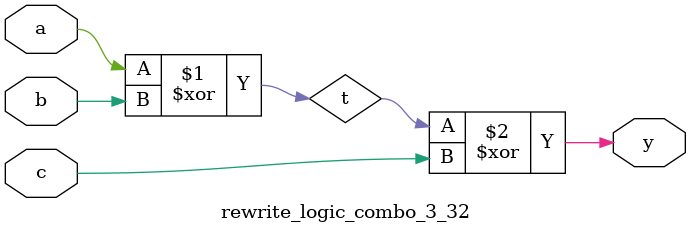
<source format=sv>
module rewrite_logic_combo_3_32(input logic a,b,c, output logic y);
  logic t;
  assign t = a ^ b;
  assign y = t ^ c;
endmodule

</source>
